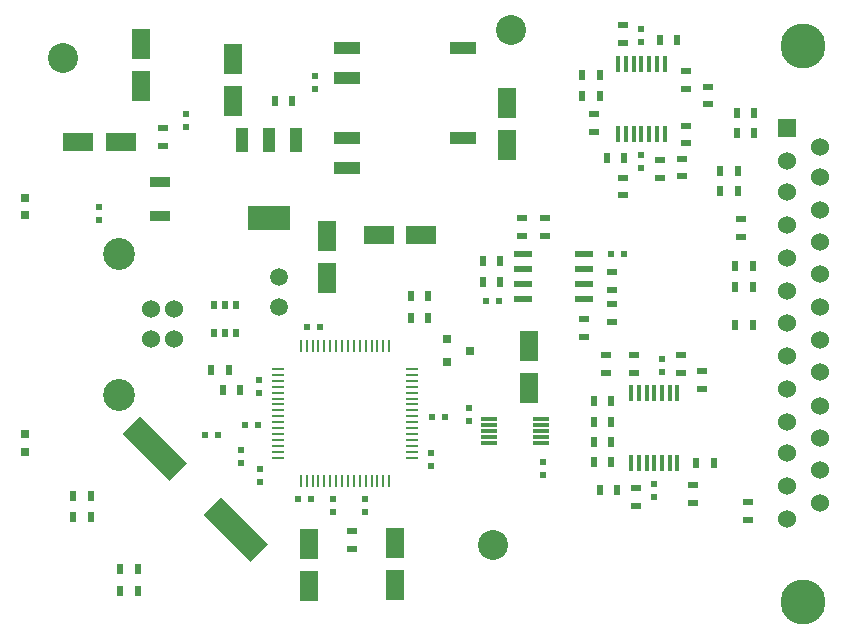
<source format=gbr>
G04 #@! TF.FileFunction,Soldermask,Top*
%FSLAX46Y46*%
G04 Gerber Fmt 4.6, Leading zero omitted, Abs format (unit mm)*
G04 Created by KiCad (PCBNEW 4.0.2-stable) date 2016-07-26 17:25.47*
%MOMM*%
G01*
G04 APERTURE LIST*
%ADD10C,0.100000*%
%ADD11C,2.540000*%
%ADD12C,1.506220*%
%ADD13R,0.900000X0.500000*%
%ADD14R,3.657600X2.032000*%
%ADD15R,1.016000X2.032000*%
%ADD16R,0.500000X0.600000*%
%ADD17R,0.600000X0.500000*%
%ADD18R,0.797560X0.797560*%
%ADD19R,1.700000X0.900000*%
%ADD20R,0.500000X0.900000*%
%ADD21C,1.524000*%
%ADD22C,2.700020*%
%ADD23C,3.810000*%
%ADD24R,1.524000X1.524000*%
%ADD25R,0.550000X0.800000*%
%ADD26R,0.800100X0.800100*%
%ADD27R,2.200000X1.000000*%
%ADD28R,1.400000X0.300000*%
%ADD29R,0.450000X1.450000*%
%ADD30R,1.550000X0.600000*%
%ADD31R,0.250000X1.000000*%
%ADD32R,1.000000X0.250000*%
%ADD33R,2.600960X1.600200*%
%ADD34R,1.600200X2.600960*%
G04 APERTURE END LIST*
D10*
D11*
X104350000Y-108450000D03*
X142250000Y-106050000D03*
D12*
X122650000Y-129470000D03*
X122650000Y-126930000D03*
D13*
X150800000Y-126550000D03*
X150800000Y-128050000D03*
D14*
X121800000Y-122002000D03*
D15*
X121800000Y-115398000D03*
X119514000Y-115398000D03*
X124086000Y-115398000D03*
D16*
X107400000Y-122150000D03*
X107400000Y-121050000D03*
X114700000Y-114250000D03*
X114700000Y-113150000D03*
X125700000Y-111050000D03*
X125700000Y-109950000D03*
X145000000Y-142650000D03*
X145000000Y-143750000D03*
X138700000Y-138050000D03*
X138700000Y-139150000D03*
X154400000Y-145600000D03*
X154400000Y-144500000D03*
X155050000Y-133900000D03*
X155050000Y-135000000D03*
X153300000Y-117750000D03*
X153300000Y-116650000D03*
D17*
X140150000Y-129000000D03*
X141250000Y-129000000D03*
X151800000Y-125000000D03*
X150700000Y-125000000D03*
D16*
X153300000Y-105950000D03*
X153300000Y-107050000D03*
D17*
X135550000Y-138800000D03*
X136650000Y-138800000D03*
D16*
X120900000Y-136750000D03*
X120900000Y-135650000D03*
D17*
X126050000Y-131200000D03*
X124950000Y-131200000D03*
D16*
X129900000Y-145750000D03*
X129900000Y-146850000D03*
D17*
X120850000Y-139500000D03*
X119750000Y-139500000D03*
D16*
X127200000Y-145750000D03*
X127200000Y-146850000D03*
X135500000Y-141850000D03*
X135500000Y-142950000D03*
X121000000Y-143250000D03*
X121000000Y-144350000D03*
X119400000Y-142750000D03*
X119400000Y-141650000D03*
D17*
X117450000Y-140300000D03*
X116350000Y-140300000D03*
X124250000Y-145800000D03*
X125350000Y-145800000D03*
D18*
X101100000Y-121749300D03*
X101100000Y-120250700D03*
X101100000Y-140250700D03*
X101100000Y-141749300D03*
D19*
X112550000Y-121800000D03*
X112550000Y-118900000D03*
D13*
X112800000Y-115850000D03*
X112800000Y-114350000D03*
D20*
X122250000Y-112100000D03*
X123750000Y-112100000D03*
D13*
X128750000Y-148450000D03*
X128750000Y-149950000D03*
D21*
X113750000Y-129710000D03*
X113750000Y-132250000D03*
X111751020Y-132250000D03*
X111751020Y-129710000D03*
D22*
X109051000Y-124980520D03*
X109051000Y-136979480D03*
D23*
X167000000Y-154500000D03*
X167000000Y-107400000D03*
D24*
X165580000Y-114340000D03*
D21*
X165580000Y-117134000D03*
X165580000Y-119801000D03*
X165580000Y-122595000D03*
X165580000Y-125389000D03*
X165580000Y-128183000D03*
X165580000Y-130850000D03*
X165580000Y-133644000D03*
X165580000Y-136438000D03*
X165580000Y-139232000D03*
X165580000Y-141899000D03*
X165580000Y-144693000D03*
X165580000Y-147487000D03*
X168420000Y-115914800D03*
X168420000Y-118454800D03*
X168420000Y-121248800D03*
X168420000Y-123992000D03*
X168420000Y-126735200D03*
X168420000Y-129529200D03*
X168420000Y-132272400D03*
X168420000Y-135015600D03*
X168420000Y-137860400D03*
X168420000Y-140552800D03*
X168420000Y-143296000D03*
X168420000Y-146090000D03*
D20*
X117850000Y-136500000D03*
X119350000Y-136500000D03*
X118350000Y-134800000D03*
X116850000Y-134800000D03*
X162850000Y-113100000D03*
X161350000Y-113100000D03*
X162850000Y-114800000D03*
X161350000Y-114800000D03*
X161450000Y-118000000D03*
X159950000Y-118000000D03*
X161450000Y-119700000D03*
X159950000Y-119700000D03*
D13*
X161700000Y-122050000D03*
X161700000Y-123550000D03*
D20*
X162750000Y-126000000D03*
X161250000Y-126000000D03*
X162750000Y-127800000D03*
X161250000Y-127800000D03*
X162750000Y-131000000D03*
X161250000Y-131000000D03*
D13*
X162300000Y-147550000D03*
X162300000Y-146050000D03*
D20*
X133750000Y-130400000D03*
X135250000Y-130400000D03*
X133750000Y-128600000D03*
X135250000Y-128600000D03*
X139850000Y-127400000D03*
X141350000Y-127400000D03*
X141350000Y-125600000D03*
X139850000Y-125600000D03*
X150750000Y-137500000D03*
X149250000Y-137500000D03*
X150750000Y-140900000D03*
X149250000Y-140900000D03*
D13*
X152700000Y-133550000D03*
X152700000Y-135050000D03*
X157700000Y-146100000D03*
X157700000Y-144600000D03*
X150300000Y-135050000D03*
X150300000Y-133550000D03*
D20*
X157950000Y-142750000D03*
X159450000Y-142750000D03*
D13*
X143200000Y-123450000D03*
X143200000Y-121950000D03*
X145100000Y-121950000D03*
X145100000Y-123450000D03*
D20*
X150750000Y-139200000D03*
X149250000Y-139200000D03*
X150750000Y-142600000D03*
X149250000Y-142600000D03*
D13*
X152800000Y-146350000D03*
X152800000Y-144850000D03*
X156650000Y-133550000D03*
X156650000Y-135050000D03*
D20*
X151250000Y-145000000D03*
X149750000Y-145000000D03*
D13*
X158450000Y-136450000D03*
X158450000Y-134950000D03*
X148400000Y-130550000D03*
X148400000Y-132050000D03*
X150800000Y-130750000D03*
X150800000Y-129250000D03*
X149300000Y-114650000D03*
X149300000Y-113150000D03*
D20*
X149750000Y-109900000D03*
X148250000Y-109900000D03*
X149750000Y-111600000D03*
X148250000Y-111600000D03*
D13*
X151700000Y-118550000D03*
X151700000Y-120050000D03*
D20*
X156350000Y-106900000D03*
X154850000Y-106900000D03*
X150350000Y-116900000D03*
X151850000Y-116900000D03*
D13*
X157100000Y-111050000D03*
X157100000Y-109550000D03*
X156700000Y-116950000D03*
X156700000Y-118450000D03*
X151700000Y-107150000D03*
X151700000Y-105650000D03*
X154900000Y-117050000D03*
X154900000Y-118550000D03*
X158900000Y-112350000D03*
X158900000Y-110850000D03*
X157100000Y-114150000D03*
X157100000Y-115650000D03*
D20*
X110650000Y-153550000D03*
X109150000Y-153550000D03*
X110650000Y-151700000D03*
X109150000Y-151700000D03*
X106700000Y-147300000D03*
X105200000Y-147300000D03*
X106700000Y-145500000D03*
X105200000Y-145500000D03*
D25*
X117100000Y-129300000D03*
X118050000Y-129300000D03*
X119000000Y-129300000D03*
X119000000Y-131700000D03*
X118050000Y-131700000D03*
X117100000Y-131700000D03*
D26*
X136799240Y-132250000D03*
X136799240Y-134150000D03*
X138798220Y-133200000D03*
D27*
X128340000Y-117700000D03*
X128340000Y-115160000D03*
X128340000Y-110080000D03*
X128340000Y-107540000D03*
X138160000Y-115160000D03*
X138160000Y-107540000D03*
D28*
X144800000Y-141000000D03*
X144800000Y-140500000D03*
X144800000Y-140000000D03*
X144800000Y-139500000D03*
X144800000Y-139000000D03*
X140400000Y-139000000D03*
X140400000Y-139500000D03*
X140400000Y-140000000D03*
X140400000Y-140500000D03*
X140400000Y-141000000D03*
D29*
X152450000Y-142700000D03*
X153100000Y-142700000D03*
X153750000Y-142700000D03*
X154400000Y-142700000D03*
X155050000Y-142700000D03*
X155700000Y-142700000D03*
X156350000Y-142700000D03*
X156350000Y-136800000D03*
X155700000Y-136800000D03*
X155050000Y-136800000D03*
X154400000Y-136800000D03*
X153750000Y-136800000D03*
X153100000Y-136800000D03*
X152450000Y-136800000D03*
D30*
X143250000Y-125045000D03*
X143250000Y-126315000D03*
X143250000Y-127585000D03*
X143250000Y-128855000D03*
X148400000Y-128855000D03*
X148400000Y-127585000D03*
X148400000Y-126315000D03*
X148400000Y-125045000D03*
D29*
X151350000Y-114850000D03*
X152000000Y-114850000D03*
X152650000Y-114850000D03*
X153300000Y-114850000D03*
X153950000Y-114850000D03*
X154600000Y-114850000D03*
X155250000Y-114850000D03*
X155250000Y-108950000D03*
X154600000Y-108950000D03*
X153950000Y-108950000D03*
X153300000Y-108950000D03*
X152650000Y-108950000D03*
X152000000Y-108950000D03*
X151350000Y-108950000D03*
D31*
X124450000Y-144200000D03*
X124950000Y-144200000D03*
X125450000Y-144200000D03*
X125950000Y-144200000D03*
X126450000Y-144200000D03*
X126950000Y-144200000D03*
X127450000Y-144200000D03*
X127950000Y-144200000D03*
X128450000Y-144200000D03*
X128950000Y-144200000D03*
X129450000Y-144200000D03*
X129950000Y-144200000D03*
X130450000Y-144200000D03*
X130950000Y-144200000D03*
X131450000Y-144200000D03*
X131950000Y-144200000D03*
D32*
X133900000Y-142250000D03*
X133900000Y-141750000D03*
X133900000Y-141250000D03*
X133900000Y-140750000D03*
X133900000Y-140250000D03*
X133900000Y-139750000D03*
X133900000Y-139250000D03*
X133900000Y-138750000D03*
X133900000Y-138250000D03*
X133900000Y-137750000D03*
X133900000Y-137250000D03*
X133900000Y-136750000D03*
X133900000Y-136250000D03*
X133900000Y-135750000D03*
X133900000Y-135250000D03*
X133900000Y-134750000D03*
D31*
X131950000Y-132800000D03*
X131450000Y-132800000D03*
X130950000Y-132800000D03*
X130450000Y-132800000D03*
X129950000Y-132800000D03*
X129450000Y-132800000D03*
X128950000Y-132800000D03*
X128450000Y-132800000D03*
X127950000Y-132800000D03*
X127450000Y-132800000D03*
X126950000Y-132800000D03*
X126450000Y-132800000D03*
X125950000Y-132800000D03*
X125450000Y-132800000D03*
X124950000Y-132800000D03*
X124450000Y-132800000D03*
D32*
X122500000Y-134750000D03*
X122500000Y-135250000D03*
X122500000Y-135750000D03*
X122500000Y-136250000D03*
X122500000Y-136750000D03*
X122500000Y-137250000D03*
X122500000Y-137750000D03*
X122500000Y-138250000D03*
X122500000Y-138750000D03*
X122500000Y-139250000D03*
X122500000Y-139750000D03*
X122500000Y-140250000D03*
X122500000Y-140750000D03*
X122500000Y-141250000D03*
X122500000Y-141750000D03*
X122500000Y-142250000D03*
D10*
G36*
X121701476Y-149566141D02*
X120216141Y-151051476D01*
X116255848Y-147091183D01*
X117741183Y-145605848D01*
X121701476Y-149566141D01*
X121701476Y-149566141D01*
G37*
G36*
X114844152Y-142708817D02*
X113358817Y-144194152D01*
X109398524Y-140233859D01*
X110883859Y-138748524D01*
X114844152Y-142708817D01*
X114844152Y-142708817D01*
G37*
D33*
X109200860Y-115500000D03*
X105599140Y-115500000D03*
D34*
X110900000Y-110800860D03*
X110900000Y-107199140D03*
X118700000Y-112100860D03*
X118700000Y-108499140D03*
X141900000Y-112199140D03*
X141900000Y-115800860D03*
D33*
X134650860Y-123400000D03*
X131049140Y-123400000D03*
D34*
X143750000Y-136400860D03*
X143750000Y-132799140D03*
X126700000Y-127050860D03*
X126700000Y-123449140D03*
X132450000Y-149449140D03*
X132450000Y-153050860D03*
X125150000Y-149549140D03*
X125150000Y-153150860D03*
D11*
X140700000Y-149650000D03*
M02*

</source>
